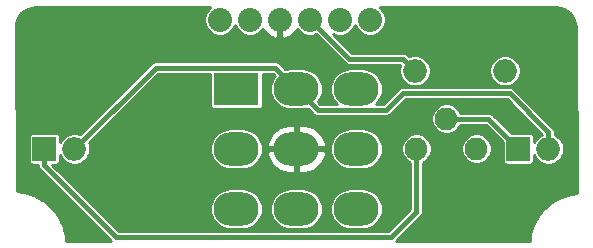
<source format=gbr>
G04 #@! TF.GenerationSoftware,KiCad,Pcbnew,(5.1.9-0-10_14)*
G04 #@! TF.CreationDate,2021-07-10T16:18:32+02:00*
G04 #@! TF.ProjectId,3pdt-switch,33706474-2d73-4776-9974-63682e6b6963,rev?*
G04 #@! TF.SameCoordinates,Original*
G04 #@! TF.FileFunction,Copper,L2,Bot*
G04 #@! TF.FilePolarity,Positive*
%FSLAX46Y46*%
G04 Gerber Fmt 4.6, Leading zero omitted, Abs format (unit mm)*
G04 Created by KiCad (PCBNEW (5.1.9-0-10_14)) date 2021-07-10 16:18:32*
%MOMM*%
%LPD*%
G01*
G04 APERTURE LIST*
G04 #@! TA.AperFunction,ComponentPad*
%ADD10R,3.816000X2.816000*%
G04 #@! TD*
G04 #@! TA.AperFunction,ComponentPad*
%ADD11O,3.816000X2.816000*%
G04 #@! TD*
G04 #@! TA.AperFunction,ComponentPad*
%ADD12O,1.930400X1.930400*%
G04 #@! TD*
G04 #@! TA.AperFunction,ComponentPad*
%ADD13O,2.000000X2.000000*%
G04 #@! TD*
G04 #@! TA.AperFunction,ComponentPad*
%ADD14O,2.032000X2.032000*%
G04 #@! TD*
G04 #@! TA.AperFunction,ComponentPad*
%ADD15R,2.000000X2.000000*%
G04 #@! TD*
G04 #@! TA.AperFunction,Conductor*
%ADD16C,0.400000*%
G04 #@! TD*
G04 #@! TA.AperFunction,Conductor*
%ADD17C,0.254000*%
G04 #@! TD*
G04 #@! TA.AperFunction,Conductor*
%ADD18C,0.100000*%
G04 #@! TD*
G04 APERTURE END LIST*
D10*
X109220000Y-91325700D03*
D11*
X109220000Y-96405700D03*
X109220000Y-101485700D03*
X114300000Y-91325700D03*
X114300000Y-96405700D03*
X114300000Y-101485700D03*
X119380000Y-91325700D03*
X119380000Y-96405700D03*
X119380000Y-101485700D03*
D12*
X129540000Y-96393000D03*
X127000000Y-93853000D03*
X124460000Y-96393000D03*
D13*
X131953000Y-89789000D03*
X124333000Y-89789000D03*
D14*
X120523000Y-85471000D03*
X117983000Y-85471000D03*
X112903000Y-85471000D03*
X115443000Y-85471000D03*
X107823000Y-85471000D03*
X110363000Y-85471000D03*
D13*
X95504000Y-96405700D03*
D15*
X92964000Y-96405700D03*
D13*
X135636000Y-96405700D03*
D15*
X133096000Y-96405700D03*
D16*
X121877290Y-93133710D02*
X116108010Y-93133710D01*
X132338513Y-91694000D02*
X123317000Y-91694000D01*
X135636000Y-94991487D02*
X132338513Y-91694000D01*
X116108010Y-93133710D02*
X114300000Y-91325700D01*
X123317000Y-91694000D02*
X121877290Y-93133710D01*
X135636000Y-96405700D02*
X135636000Y-94991487D01*
X102392001Y-89517699D02*
X95504000Y-96405700D01*
X112491999Y-89517699D02*
X102392001Y-89517699D01*
X114300000Y-91325700D02*
X112491999Y-89517699D01*
X130543300Y-93853000D02*
X133096000Y-96405700D01*
X127000000Y-93853000D02*
X130543300Y-93853000D01*
X124460000Y-101727000D02*
X124460000Y-96393000D01*
X122301000Y-103886000D02*
X124460000Y-101727000D01*
X99044300Y-103886000D02*
X122301000Y-103886000D01*
X92964000Y-97805700D02*
X99044300Y-103886000D01*
X92964000Y-96405700D02*
X92964000Y-97805700D01*
X123333001Y-88789001D02*
X124333000Y-89789000D01*
X118761001Y-88789001D02*
X123333001Y-88789001D01*
X115443000Y-85471000D02*
X118761001Y-88789001D01*
D17*
X106966888Y-84427824D02*
X106779824Y-84614888D01*
X106632849Y-84834851D01*
X106531611Y-85079261D01*
X106480000Y-85338726D01*
X106480000Y-85603274D01*
X106531611Y-85862739D01*
X106632849Y-86107149D01*
X106779824Y-86327112D01*
X106966888Y-86514176D01*
X107186851Y-86661151D01*
X107431261Y-86762389D01*
X107690726Y-86814000D01*
X107955274Y-86814000D01*
X108214739Y-86762389D01*
X108459149Y-86661151D01*
X108679112Y-86514176D01*
X108866176Y-86327112D01*
X109013151Y-86107149D01*
X109093000Y-85914377D01*
X109172849Y-86107149D01*
X109319824Y-86327112D01*
X109506888Y-86514176D01*
X109726851Y-86661151D01*
X109971261Y-86762389D01*
X110230726Y-86814000D01*
X110495274Y-86814000D01*
X110754739Y-86762389D01*
X110999149Y-86661151D01*
X111219112Y-86514176D01*
X111406176Y-86327112D01*
X111456041Y-86252484D01*
X111496618Y-86335815D01*
X111692358Y-86593569D01*
X111934623Y-86808184D01*
X112214102Y-86971411D01*
X112520055Y-87076978D01*
X112776000Y-86958362D01*
X112776000Y-85598000D01*
X112756000Y-85598000D01*
X112756000Y-85344000D01*
X112776000Y-85344000D01*
X112776000Y-85324000D01*
X113030000Y-85324000D01*
X113030000Y-85344000D01*
X113050000Y-85344000D01*
X113050000Y-85598000D01*
X113030000Y-85598000D01*
X113030000Y-86958362D01*
X113285945Y-87076978D01*
X113591898Y-86971411D01*
X113871377Y-86808184D01*
X114113642Y-86593569D01*
X114309382Y-86335815D01*
X114349959Y-86252484D01*
X114399824Y-86327112D01*
X114586888Y-86514176D01*
X114806851Y-86661151D01*
X115051261Y-86762389D01*
X115310726Y-86814000D01*
X115575274Y-86814000D01*
X115834739Y-86762389D01*
X115943889Y-86717178D01*
X118370050Y-89143340D01*
X118386553Y-89163449D01*
X118459722Y-89223497D01*
X118466799Y-89229305D01*
X118558351Y-89278240D01*
X118657691Y-89308375D01*
X118761000Y-89318550D01*
X118786881Y-89316001D01*
X123092588Y-89316001D01*
X123056996Y-89401928D01*
X123006000Y-89658302D01*
X123006000Y-89919698D01*
X123056996Y-90176072D01*
X123157028Y-90417570D01*
X123302252Y-90634913D01*
X123487087Y-90819748D01*
X123704430Y-90964972D01*
X123945928Y-91065004D01*
X124202302Y-91116000D01*
X124463698Y-91116000D01*
X124720072Y-91065004D01*
X124961570Y-90964972D01*
X125178913Y-90819748D01*
X125363748Y-90634913D01*
X125508972Y-90417570D01*
X125609004Y-90176072D01*
X125660000Y-89919698D01*
X125660000Y-89658302D01*
X130626000Y-89658302D01*
X130626000Y-89919698D01*
X130676996Y-90176072D01*
X130777028Y-90417570D01*
X130922252Y-90634913D01*
X131107087Y-90819748D01*
X131324430Y-90964972D01*
X131565928Y-91065004D01*
X131822302Y-91116000D01*
X132083698Y-91116000D01*
X132340072Y-91065004D01*
X132581570Y-90964972D01*
X132798913Y-90819748D01*
X132983748Y-90634913D01*
X133128972Y-90417570D01*
X133229004Y-90176072D01*
X133280000Y-89919698D01*
X133280000Y-89658302D01*
X133229004Y-89401928D01*
X133128972Y-89160430D01*
X132983748Y-88943087D01*
X132798913Y-88758252D01*
X132581570Y-88613028D01*
X132340072Y-88512996D01*
X132083698Y-88462000D01*
X131822302Y-88462000D01*
X131565928Y-88512996D01*
X131324430Y-88613028D01*
X131107087Y-88758252D01*
X130922252Y-88943087D01*
X130777028Y-89160430D01*
X130676996Y-89401928D01*
X130626000Y-89658302D01*
X125660000Y-89658302D01*
X125609004Y-89401928D01*
X125508972Y-89160430D01*
X125363748Y-88943087D01*
X125178913Y-88758252D01*
X124961570Y-88613028D01*
X124720072Y-88512996D01*
X124463698Y-88462000D01*
X124202302Y-88462000D01*
X123945928Y-88512996D01*
X123844357Y-88555068D01*
X123723956Y-88434667D01*
X123707449Y-88414553D01*
X123627203Y-88348697D01*
X123535651Y-88299762D01*
X123436311Y-88269627D01*
X123358882Y-88262001D01*
X123333001Y-88259452D01*
X123307120Y-88262001D01*
X118979291Y-88262001D01*
X117400778Y-86683488D01*
X117591261Y-86762389D01*
X117850726Y-86814000D01*
X118115274Y-86814000D01*
X118374739Y-86762389D01*
X118619149Y-86661151D01*
X118839112Y-86514176D01*
X119026176Y-86327112D01*
X119173151Y-86107149D01*
X119253000Y-85914377D01*
X119332849Y-86107149D01*
X119479824Y-86327112D01*
X119666888Y-86514176D01*
X119886851Y-86661151D01*
X120131261Y-86762389D01*
X120390726Y-86814000D01*
X120655274Y-86814000D01*
X120914739Y-86762389D01*
X121159149Y-86661151D01*
X121379112Y-86514176D01*
X121566176Y-86327112D01*
X121713151Y-86107149D01*
X121814389Y-85862739D01*
X121866000Y-85603274D01*
X121866000Y-85338726D01*
X121814389Y-85079261D01*
X121713151Y-84834851D01*
X121566176Y-84614888D01*
X121379112Y-84427824D01*
X121376382Y-84426000D01*
X136253785Y-84426000D01*
X136596983Y-84459651D01*
X136910559Y-84554325D01*
X137199763Y-84708098D01*
X137453596Y-84915119D01*
X137662384Y-85167501D01*
X137818174Y-85455627D01*
X137915033Y-85768528D01*
X137951031Y-86111034D01*
X138075159Y-100137473D01*
X137576025Y-100189934D01*
X137544772Y-100196349D01*
X137513435Y-100202327D01*
X137508729Y-100203748D01*
X136751048Y-100438290D01*
X136721677Y-100450637D01*
X136692057Y-100462604D01*
X136687717Y-100464912D01*
X135990020Y-100842155D01*
X135963584Y-100859986D01*
X135936875Y-100877464D01*
X135933074Y-100880565D01*
X135933067Y-100880570D01*
X135933061Y-100880576D01*
X135321931Y-101386147D01*
X135299476Y-101408760D01*
X135276657Y-101431105D01*
X135273525Y-101434893D01*
X134772228Y-102049543D01*
X134754601Y-102076074D01*
X134736548Y-102102439D01*
X134734211Y-102106763D01*
X134361847Y-102807076D01*
X134349682Y-102836592D01*
X134337122Y-102865896D01*
X134335668Y-102870591D01*
X134106422Y-103629893D01*
X134100232Y-103661154D01*
X134093591Y-103692395D01*
X134093078Y-103697283D01*
X134046826Y-104169000D01*
X122763289Y-104169000D01*
X124814339Y-102117951D01*
X124834448Y-102101448D01*
X124900304Y-102021202D01*
X124949239Y-101929650D01*
X124979374Y-101830310D01*
X124987000Y-101752881D01*
X124987000Y-101752880D01*
X124989549Y-101727001D01*
X124987000Y-101701120D01*
X124987000Y-97573376D01*
X125072086Y-97538132D01*
X125283729Y-97396717D01*
X125463717Y-97216729D01*
X125605132Y-97005086D01*
X125702541Y-96769921D01*
X125752200Y-96520271D01*
X125752200Y-96265729D01*
X128247800Y-96265729D01*
X128247800Y-96520271D01*
X128297459Y-96769921D01*
X128394868Y-97005086D01*
X128536283Y-97216729D01*
X128716271Y-97396717D01*
X128927914Y-97538132D01*
X129163079Y-97635541D01*
X129412729Y-97685200D01*
X129667271Y-97685200D01*
X129916921Y-97635541D01*
X130152086Y-97538132D01*
X130363729Y-97396717D01*
X130543717Y-97216729D01*
X130685132Y-97005086D01*
X130782541Y-96769921D01*
X130832200Y-96520271D01*
X130832200Y-96265729D01*
X130782541Y-96016079D01*
X130685132Y-95780914D01*
X130543717Y-95569271D01*
X130363729Y-95389283D01*
X130152086Y-95247868D01*
X129916921Y-95150459D01*
X129667271Y-95100800D01*
X129412729Y-95100800D01*
X129163079Y-95150459D01*
X128927914Y-95247868D01*
X128716271Y-95389283D01*
X128536283Y-95569271D01*
X128394868Y-95780914D01*
X128297459Y-96016079D01*
X128247800Y-96265729D01*
X125752200Y-96265729D01*
X125702541Y-96016079D01*
X125605132Y-95780914D01*
X125463717Y-95569271D01*
X125283729Y-95389283D01*
X125072086Y-95247868D01*
X124836921Y-95150459D01*
X124587271Y-95100800D01*
X124332729Y-95100800D01*
X124083079Y-95150459D01*
X123847914Y-95247868D01*
X123636271Y-95389283D01*
X123456283Y-95569271D01*
X123314868Y-95780914D01*
X123217459Y-96016079D01*
X123167800Y-96265729D01*
X123167800Y-96520271D01*
X123217459Y-96769921D01*
X123314868Y-97005086D01*
X123456283Y-97216729D01*
X123636271Y-97396717D01*
X123847914Y-97538132D01*
X123933001Y-97573376D01*
X123933000Y-101508710D01*
X122082711Y-103359000D01*
X99262591Y-103359000D01*
X97389291Y-101485700D01*
X106976606Y-101485700D01*
X107010105Y-101825819D01*
X107109314Y-102152868D01*
X107270421Y-102454278D01*
X107487234Y-102718466D01*
X107751422Y-102935279D01*
X108052832Y-103096386D01*
X108379881Y-103195595D01*
X108634775Y-103220700D01*
X109805225Y-103220700D01*
X110060119Y-103195595D01*
X110387168Y-103096386D01*
X110688578Y-102935279D01*
X110952766Y-102718466D01*
X111169579Y-102454278D01*
X111330686Y-102152868D01*
X111429895Y-101825819D01*
X111463394Y-101485700D01*
X112056606Y-101485700D01*
X112090105Y-101825819D01*
X112189314Y-102152868D01*
X112350421Y-102454278D01*
X112567234Y-102718466D01*
X112831422Y-102935279D01*
X113132832Y-103096386D01*
X113459881Y-103195595D01*
X113714775Y-103220700D01*
X114885225Y-103220700D01*
X115140119Y-103195595D01*
X115467168Y-103096386D01*
X115768578Y-102935279D01*
X116032766Y-102718466D01*
X116249579Y-102454278D01*
X116410686Y-102152868D01*
X116509895Y-101825819D01*
X116543394Y-101485700D01*
X117136606Y-101485700D01*
X117170105Y-101825819D01*
X117269314Y-102152868D01*
X117430421Y-102454278D01*
X117647234Y-102718466D01*
X117911422Y-102935279D01*
X118212832Y-103096386D01*
X118539881Y-103195595D01*
X118794775Y-103220700D01*
X119965225Y-103220700D01*
X120220119Y-103195595D01*
X120547168Y-103096386D01*
X120848578Y-102935279D01*
X121112766Y-102718466D01*
X121329579Y-102454278D01*
X121490686Y-102152868D01*
X121589895Y-101825819D01*
X121623394Y-101485700D01*
X121589895Y-101145581D01*
X121490686Y-100818532D01*
X121329579Y-100517122D01*
X121112766Y-100252934D01*
X120848578Y-100036121D01*
X120547168Y-99875014D01*
X120220119Y-99775805D01*
X119965225Y-99750700D01*
X118794775Y-99750700D01*
X118539881Y-99775805D01*
X118212832Y-99875014D01*
X117911422Y-100036121D01*
X117647234Y-100252934D01*
X117430421Y-100517122D01*
X117269314Y-100818532D01*
X117170105Y-101145581D01*
X117136606Y-101485700D01*
X116543394Y-101485700D01*
X116509895Y-101145581D01*
X116410686Y-100818532D01*
X116249579Y-100517122D01*
X116032766Y-100252934D01*
X115768578Y-100036121D01*
X115467168Y-99875014D01*
X115140119Y-99775805D01*
X114885225Y-99750700D01*
X113714775Y-99750700D01*
X113459881Y-99775805D01*
X113132832Y-99875014D01*
X112831422Y-100036121D01*
X112567234Y-100252934D01*
X112350421Y-100517122D01*
X112189314Y-100818532D01*
X112090105Y-101145581D01*
X112056606Y-101485700D01*
X111463394Y-101485700D01*
X111429895Y-101145581D01*
X111330686Y-100818532D01*
X111169579Y-100517122D01*
X110952766Y-100252934D01*
X110688578Y-100036121D01*
X110387168Y-99875014D01*
X110060119Y-99775805D01*
X109805225Y-99750700D01*
X108634775Y-99750700D01*
X108379881Y-99775805D01*
X108052832Y-99875014D01*
X107751422Y-100036121D01*
X107487234Y-100252934D01*
X107270421Y-100517122D01*
X107109314Y-100818532D01*
X107010105Y-101145581D01*
X106976606Y-101485700D01*
X97389291Y-101485700D01*
X93637871Y-97734282D01*
X93964000Y-97734282D01*
X94028103Y-97727968D01*
X94089743Y-97709270D01*
X94146550Y-97678906D01*
X94196343Y-97638043D01*
X94237206Y-97588250D01*
X94267570Y-97531443D01*
X94286268Y-97469803D01*
X94292582Y-97405700D01*
X94292582Y-96948696D01*
X94328028Y-97034270D01*
X94473252Y-97251613D01*
X94658087Y-97436448D01*
X94875430Y-97581672D01*
X95116928Y-97681704D01*
X95373302Y-97732700D01*
X95634698Y-97732700D01*
X95891072Y-97681704D01*
X96132570Y-97581672D01*
X96349913Y-97436448D01*
X96534748Y-97251613D01*
X96679972Y-97034270D01*
X96780004Y-96792772D01*
X96831000Y-96536398D01*
X96831000Y-96405700D01*
X106976606Y-96405700D01*
X107010105Y-96745819D01*
X107109314Y-97072868D01*
X107270421Y-97374278D01*
X107487234Y-97638466D01*
X107751422Y-97855279D01*
X108052832Y-98016386D01*
X108379881Y-98115595D01*
X108634775Y-98140700D01*
X109805225Y-98140700D01*
X110060119Y-98115595D01*
X110387168Y-98016386D01*
X110688578Y-97855279D01*
X110952766Y-97638466D01*
X111169579Y-97374278D01*
X111330686Y-97072868D01*
X111398257Y-96850114D01*
X111805922Y-96850114D01*
X111863913Y-97070190D01*
X112030750Y-97435134D01*
X112265578Y-97760517D01*
X112559373Y-98033835D01*
X112900845Y-98244585D01*
X113276871Y-98384668D01*
X113673000Y-98448700D01*
X114173000Y-98448700D01*
X114173000Y-96532700D01*
X114427000Y-96532700D01*
X114427000Y-98448700D01*
X114927000Y-98448700D01*
X115323129Y-98384668D01*
X115699155Y-98244585D01*
X116040627Y-98033835D01*
X116334422Y-97760517D01*
X116569250Y-97435134D01*
X116736087Y-97070190D01*
X116794078Y-96850114D01*
X116679965Y-96532700D01*
X114427000Y-96532700D01*
X114173000Y-96532700D01*
X111920035Y-96532700D01*
X111805922Y-96850114D01*
X111398257Y-96850114D01*
X111429895Y-96745819D01*
X111463394Y-96405700D01*
X117136606Y-96405700D01*
X117170105Y-96745819D01*
X117269314Y-97072868D01*
X117430421Y-97374278D01*
X117647234Y-97638466D01*
X117911422Y-97855279D01*
X118212832Y-98016386D01*
X118539881Y-98115595D01*
X118794775Y-98140700D01*
X119965225Y-98140700D01*
X120220119Y-98115595D01*
X120547168Y-98016386D01*
X120848578Y-97855279D01*
X121112766Y-97638466D01*
X121329579Y-97374278D01*
X121490686Y-97072868D01*
X121589895Y-96745819D01*
X121623394Y-96405700D01*
X121589895Y-96065581D01*
X121490686Y-95738532D01*
X121329579Y-95437122D01*
X121112766Y-95172934D01*
X120848578Y-94956121D01*
X120547168Y-94795014D01*
X120220119Y-94695805D01*
X119965225Y-94670700D01*
X118794775Y-94670700D01*
X118539881Y-94695805D01*
X118212832Y-94795014D01*
X117911422Y-94956121D01*
X117647234Y-95172934D01*
X117430421Y-95437122D01*
X117269314Y-95738532D01*
X117170105Y-96065581D01*
X117136606Y-96405700D01*
X111463394Y-96405700D01*
X111429895Y-96065581D01*
X111398258Y-95961286D01*
X111805922Y-95961286D01*
X111920035Y-96278700D01*
X114173000Y-96278700D01*
X114173000Y-94362700D01*
X114427000Y-94362700D01*
X114427000Y-96278700D01*
X116679965Y-96278700D01*
X116794078Y-95961286D01*
X116736087Y-95741210D01*
X116569250Y-95376266D01*
X116334422Y-95050883D01*
X116040627Y-94777565D01*
X115699155Y-94566815D01*
X115323129Y-94426732D01*
X114927000Y-94362700D01*
X114427000Y-94362700D01*
X114173000Y-94362700D01*
X113673000Y-94362700D01*
X113276871Y-94426732D01*
X112900845Y-94566815D01*
X112559373Y-94777565D01*
X112265578Y-95050883D01*
X112030750Y-95376266D01*
X111863913Y-95741210D01*
X111805922Y-95961286D01*
X111398258Y-95961286D01*
X111330686Y-95738532D01*
X111169579Y-95437122D01*
X110952766Y-95172934D01*
X110688578Y-94956121D01*
X110387168Y-94795014D01*
X110060119Y-94695805D01*
X109805225Y-94670700D01*
X108634775Y-94670700D01*
X108379881Y-94695805D01*
X108052832Y-94795014D01*
X107751422Y-94956121D01*
X107487234Y-95172934D01*
X107270421Y-95437122D01*
X107109314Y-95738532D01*
X107010105Y-96065581D01*
X106976606Y-96405700D01*
X96831000Y-96405700D01*
X96831000Y-96275002D01*
X96780004Y-96018628D01*
X96737932Y-95917057D01*
X102610291Y-90044699D01*
X106983418Y-90044699D01*
X106983418Y-92733700D01*
X106989732Y-92797803D01*
X107008430Y-92859443D01*
X107038794Y-92916250D01*
X107079657Y-92966043D01*
X107129450Y-93006906D01*
X107186257Y-93037270D01*
X107247897Y-93055968D01*
X107312000Y-93062282D01*
X111128000Y-93062282D01*
X111192103Y-93055968D01*
X111253743Y-93037270D01*
X111310550Y-93006906D01*
X111360343Y-92966043D01*
X111401206Y-92916250D01*
X111431570Y-92859443D01*
X111450268Y-92797803D01*
X111456582Y-92733700D01*
X111456582Y-90044699D01*
X112273710Y-90044699D01*
X112456669Y-90227658D01*
X112350421Y-90357122D01*
X112189314Y-90658532D01*
X112090105Y-90985581D01*
X112056606Y-91325700D01*
X112090105Y-91665819D01*
X112189314Y-91992868D01*
X112350421Y-92294278D01*
X112567234Y-92558466D01*
X112831422Y-92775279D01*
X113132832Y-92936386D01*
X113459881Y-93035595D01*
X113714775Y-93060700D01*
X114885225Y-93060700D01*
X115140119Y-93035595D01*
X115235632Y-93006622D01*
X115717059Y-93488049D01*
X115733562Y-93508158D01*
X115813808Y-93574014D01*
X115905360Y-93622949D01*
X116004700Y-93653084D01*
X116082129Y-93660710D01*
X116082131Y-93660710D01*
X116108009Y-93663259D01*
X116133887Y-93660710D01*
X121851409Y-93660710D01*
X121877290Y-93663259D01*
X121903171Y-93660710D01*
X121980600Y-93653084D01*
X122079940Y-93622949D01*
X122171492Y-93574014D01*
X122251738Y-93508158D01*
X122268245Y-93488044D01*
X123535290Y-92221000D01*
X132120224Y-92221000D01*
X135093358Y-95194136D01*
X135007430Y-95229728D01*
X134790087Y-95374952D01*
X134605252Y-95559787D01*
X134460028Y-95777130D01*
X134424582Y-95862704D01*
X134424582Y-95405700D01*
X134418268Y-95341597D01*
X134399570Y-95279957D01*
X134369206Y-95223150D01*
X134328343Y-95173357D01*
X134278550Y-95132494D01*
X134221743Y-95102130D01*
X134160103Y-95083432D01*
X134096000Y-95077118D01*
X132512708Y-95077118D01*
X130934255Y-93498666D01*
X130917748Y-93478552D01*
X130837502Y-93412696D01*
X130745950Y-93363761D01*
X130646610Y-93333626D01*
X130569181Y-93326000D01*
X130543300Y-93323451D01*
X130517419Y-93326000D01*
X128180376Y-93326000D01*
X128145132Y-93240914D01*
X128003717Y-93029271D01*
X127823729Y-92849283D01*
X127612086Y-92707868D01*
X127376921Y-92610459D01*
X127127271Y-92560800D01*
X126872729Y-92560800D01*
X126623079Y-92610459D01*
X126387914Y-92707868D01*
X126176271Y-92849283D01*
X125996283Y-93029271D01*
X125854868Y-93240914D01*
X125757459Y-93476079D01*
X125707800Y-93725729D01*
X125707800Y-93980271D01*
X125757459Y-94229921D01*
X125854868Y-94465086D01*
X125996283Y-94676729D01*
X126176271Y-94856717D01*
X126387914Y-94998132D01*
X126623079Y-95095541D01*
X126872729Y-95145200D01*
X127127271Y-95145200D01*
X127376921Y-95095541D01*
X127612086Y-94998132D01*
X127823729Y-94856717D01*
X128003717Y-94676729D01*
X128145132Y-94465086D01*
X128180376Y-94380000D01*
X130325011Y-94380000D01*
X131767418Y-95822408D01*
X131767418Y-97405700D01*
X131773732Y-97469803D01*
X131792430Y-97531443D01*
X131822794Y-97588250D01*
X131863657Y-97638043D01*
X131913450Y-97678906D01*
X131970257Y-97709270D01*
X132031897Y-97727968D01*
X132096000Y-97734282D01*
X134096000Y-97734282D01*
X134160103Y-97727968D01*
X134221743Y-97709270D01*
X134278550Y-97678906D01*
X134328343Y-97638043D01*
X134369206Y-97588250D01*
X134399570Y-97531443D01*
X134418268Y-97469803D01*
X134424582Y-97405700D01*
X134424582Y-96948696D01*
X134460028Y-97034270D01*
X134605252Y-97251613D01*
X134790087Y-97436448D01*
X135007430Y-97581672D01*
X135248928Y-97681704D01*
X135505302Y-97732700D01*
X135766698Y-97732700D01*
X136023072Y-97681704D01*
X136264570Y-97581672D01*
X136481913Y-97436448D01*
X136666748Y-97251613D01*
X136811972Y-97034270D01*
X136912004Y-96792772D01*
X136963000Y-96536398D01*
X136963000Y-96275002D01*
X136912004Y-96018628D01*
X136811972Y-95777130D01*
X136666748Y-95559787D01*
X136481913Y-95374952D01*
X136264570Y-95229728D01*
X136163000Y-95187656D01*
X136163000Y-95017368D01*
X136165549Y-94991487D01*
X136155374Y-94888177D01*
X136125239Y-94788837D01*
X136076304Y-94697285D01*
X136010448Y-94617039D01*
X135990345Y-94600541D01*
X132729468Y-91339666D01*
X132712961Y-91319552D01*
X132632715Y-91253696D01*
X132541163Y-91204761D01*
X132441823Y-91174626D01*
X132364394Y-91167000D01*
X132338513Y-91164451D01*
X132312632Y-91167000D01*
X123342877Y-91167000D01*
X123316999Y-91164451D01*
X123291121Y-91167000D01*
X123291119Y-91167000D01*
X123213690Y-91174626D01*
X123114350Y-91204761D01*
X123022798Y-91253696D01*
X122942552Y-91319552D01*
X122926049Y-91339661D01*
X121659001Y-92606710D01*
X121053980Y-92606710D01*
X121112766Y-92558466D01*
X121329579Y-92294278D01*
X121490686Y-91992868D01*
X121589895Y-91665819D01*
X121623394Y-91325700D01*
X121589895Y-90985581D01*
X121490686Y-90658532D01*
X121329579Y-90357122D01*
X121112766Y-90092934D01*
X120848578Y-89876121D01*
X120547168Y-89715014D01*
X120220119Y-89615805D01*
X119965225Y-89590700D01*
X118794775Y-89590700D01*
X118539881Y-89615805D01*
X118212832Y-89715014D01*
X117911422Y-89876121D01*
X117647234Y-90092934D01*
X117430421Y-90357122D01*
X117269314Y-90658532D01*
X117170105Y-90985581D01*
X117136606Y-91325700D01*
X117170105Y-91665819D01*
X117269314Y-91992868D01*
X117430421Y-92294278D01*
X117647234Y-92558466D01*
X117706020Y-92606710D01*
X116326300Y-92606710D01*
X116143331Y-92423741D01*
X116249579Y-92294278D01*
X116410686Y-91992868D01*
X116509895Y-91665819D01*
X116543394Y-91325700D01*
X116509895Y-90985581D01*
X116410686Y-90658532D01*
X116249579Y-90357122D01*
X116032766Y-90092934D01*
X115768578Y-89876121D01*
X115467168Y-89715014D01*
X115140119Y-89615805D01*
X114885225Y-89590700D01*
X113714775Y-89590700D01*
X113459881Y-89615805D01*
X113364368Y-89644778D01*
X112882954Y-89163365D01*
X112866447Y-89143251D01*
X112786201Y-89077395D01*
X112694649Y-89028460D01*
X112595309Y-88998325D01*
X112517880Y-88990699D01*
X112491999Y-88988150D01*
X112466118Y-88990699D01*
X102417878Y-88990699D01*
X102392000Y-88988150D01*
X102366122Y-88990699D01*
X102366120Y-88990699D01*
X102288691Y-88998325D01*
X102189351Y-89028460D01*
X102097799Y-89077395D01*
X102017553Y-89143251D01*
X102001050Y-89163360D01*
X95992643Y-95171768D01*
X95891072Y-95129696D01*
X95634698Y-95078700D01*
X95373302Y-95078700D01*
X95116928Y-95129696D01*
X94875430Y-95229728D01*
X94658087Y-95374952D01*
X94473252Y-95559787D01*
X94328028Y-95777130D01*
X94292582Y-95862704D01*
X94292582Y-95405700D01*
X94286268Y-95341597D01*
X94267570Y-95279957D01*
X94237206Y-95223150D01*
X94196343Y-95173357D01*
X94146550Y-95132494D01*
X94089743Y-95102130D01*
X94028103Y-95083432D01*
X93964000Y-95077118D01*
X91964000Y-95077118D01*
X91899897Y-95083432D01*
X91838257Y-95102130D01*
X91781450Y-95132494D01*
X91731657Y-95173357D01*
X91690794Y-95223150D01*
X91660430Y-95279957D01*
X91641732Y-95341597D01*
X91635418Y-95405700D01*
X91635418Y-97405700D01*
X91641732Y-97469803D01*
X91660430Y-97531443D01*
X91690794Y-97588250D01*
X91731657Y-97638043D01*
X91781450Y-97678906D01*
X91838257Y-97709270D01*
X91899897Y-97727968D01*
X91964000Y-97734282D01*
X92437001Y-97734282D01*
X92437001Y-97779810D01*
X92434451Y-97805700D01*
X92444626Y-97909009D01*
X92474761Y-98008349D01*
X92523696Y-98099901D01*
X92523697Y-98099902D01*
X92589553Y-98180148D01*
X92609662Y-98196651D01*
X98582009Y-104169000D01*
X94807916Y-104169000D01*
X94752472Y-103641488D01*
X94746057Y-103610235D01*
X94740079Y-103578898D01*
X94738658Y-103574193D01*
X94496786Y-102792833D01*
X94484432Y-102763445D01*
X94472472Y-102733842D01*
X94470164Y-102729502D01*
X94081132Y-102010003D01*
X94063307Y-101983576D01*
X94045824Y-101956859D01*
X94042717Y-101953050D01*
X93521343Y-101322816D01*
X93498713Y-101300343D01*
X93476384Y-101277541D01*
X93472602Y-101274414D01*
X93472597Y-101274409D01*
X93472592Y-101274405D01*
X92838738Y-100757447D01*
X92812229Y-100739835D01*
X92785842Y-100721767D01*
X92781518Y-100719430D01*
X92059320Y-100335430D01*
X92029830Y-100323275D01*
X92000501Y-100310705D01*
X91995805Y-100309252D01*
X91212775Y-100072841D01*
X91181529Y-100066654D01*
X91150274Y-100060010D01*
X91145386Y-100059497D01*
X90646161Y-100010548D01*
X90522153Y-86121653D01*
X90555651Y-85780017D01*
X90650325Y-85466441D01*
X90804098Y-85177237D01*
X91011119Y-84923404D01*
X91263501Y-84714616D01*
X91551627Y-84558826D01*
X91864528Y-84461967D01*
X92206739Y-84426000D01*
X106969618Y-84426000D01*
X106966888Y-84427824D01*
G04 #@! TA.AperFunction,Conductor*
D18*
G36*
X106966888Y-84427824D02*
G01*
X106779824Y-84614888D01*
X106632849Y-84834851D01*
X106531611Y-85079261D01*
X106480000Y-85338726D01*
X106480000Y-85603274D01*
X106531611Y-85862739D01*
X106632849Y-86107149D01*
X106779824Y-86327112D01*
X106966888Y-86514176D01*
X107186851Y-86661151D01*
X107431261Y-86762389D01*
X107690726Y-86814000D01*
X107955274Y-86814000D01*
X108214739Y-86762389D01*
X108459149Y-86661151D01*
X108679112Y-86514176D01*
X108866176Y-86327112D01*
X109013151Y-86107149D01*
X109093000Y-85914377D01*
X109172849Y-86107149D01*
X109319824Y-86327112D01*
X109506888Y-86514176D01*
X109726851Y-86661151D01*
X109971261Y-86762389D01*
X110230726Y-86814000D01*
X110495274Y-86814000D01*
X110754739Y-86762389D01*
X110999149Y-86661151D01*
X111219112Y-86514176D01*
X111406176Y-86327112D01*
X111456041Y-86252484D01*
X111496618Y-86335815D01*
X111692358Y-86593569D01*
X111934623Y-86808184D01*
X112214102Y-86971411D01*
X112520055Y-87076978D01*
X112776000Y-86958362D01*
X112776000Y-85598000D01*
X112756000Y-85598000D01*
X112756000Y-85344000D01*
X112776000Y-85344000D01*
X112776000Y-85324000D01*
X113030000Y-85324000D01*
X113030000Y-85344000D01*
X113050000Y-85344000D01*
X113050000Y-85598000D01*
X113030000Y-85598000D01*
X113030000Y-86958362D01*
X113285945Y-87076978D01*
X113591898Y-86971411D01*
X113871377Y-86808184D01*
X114113642Y-86593569D01*
X114309382Y-86335815D01*
X114349959Y-86252484D01*
X114399824Y-86327112D01*
X114586888Y-86514176D01*
X114806851Y-86661151D01*
X115051261Y-86762389D01*
X115310726Y-86814000D01*
X115575274Y-86814000D01*
X115834739Y-86762389D01*
X115943889Y-86717178D01*
X118370050Y-89143340D01*
X118386553Y-89163449D01*
X118459722Y-89223497D01*
X118466799Y-89229305D01*
X118558351Y-89278240D01*
X118657691Y-89308375D01*
X118761000Y-89318550D01*
X118786881Y-89316001D01*
X123092588Y-89316001D01*
X123056996Y-89401928D01*
X123006000Y-89658302D01*
X123006000Y-89919698D01*
X123056996Y-90176072D01*
X123157028Y-90417570D01*
X123302252Y-90634913D01*
X123487087Y-90819748D01*
X123704430Y-90964972D01*
X123945928Y-91065004D01*
X124202302Y-91116000D01*
X124463698Y-91116000D01*
X124720072Y-91065004D01*
X124961570Y-90964972D01*
X125178913Y-90819748D01*
X125363748Y-90634913D01*
X125508972Y-90417570D01*
X125609004Y-90176072D01*
X125660000Y-89919698D01*
X125660000Y-89658302D01*
X130626000Y-89658302D01*
X130626000Y-89919698D01*
X130676996Y-90176072D01*
X130777028Y-90417570D01*
X130922252Y-90634913D01*
X131107087Y-90819748D01*
X131324430Y-90964972D01*
X131565928Y-91065004D01*
X131822302Y-91116000D01*
X132083698Y-91116000D01*
X132340072Y-91065004D01*
X132581570Y-90964972D01*
X132798913Y-90819748D01*
X132983748Y-90634913D01*
X133128972Y-90417570D01*
X133229004Y-90176072D01*
X133280000Y-89919698D01*
X133280000Y-89658302D01*
X133229004Y-89401928D01*
X133128972Y-89160430D01*
X132983748Y-88943087D01*
X132798913Y-88758252D01*
X132581570Y-88613028D01*
X132340072Y-88512996D01*
X132083698Y-88462000D01*
X131822302Y-88462000D01*
X131565928Y-88512996D01*
X131324430Y-88613028D01*
X131107087Y-88758252D01*
X130922252Y-88943087D01*
X130777028Y-89160430D01*
X130676996Y-89401928D01*
X130626000Y-89658302D01*
X125660000Y-89658302D01*
X125609004Y-89401928D01*
X125508972Y-89160430D01*
X125363748Y-88943087D01*
X125178913Y-88758252D01*
X124961570Y-88613028D01*
X124720072Y-88512996D01*
X124463698Y-88462000D01*
X124202302Y-88462000D01*
X123945928Y-88512996D01*
X123844357Y-88555068D01*
X123723956Y-88434667D01*
X123707449Y-88414553D01*
X123627203Y-88348697D01*
X123535651Y-88299762D01*
X123436311Y-88269627D01*
X123358882Y-88262001D01*
X123333001Y-88259452D01*
X123307120Y-88262001D01*
X118979291Y-88262001D01*
X117400778Y-86683488D01*
X117591261Y-86762389D01*
X117850726Y-86814000D01*
X118115274Y-86814000D01*
X118374739Y-86762389D01*
X118619149Y-86661151D01*
X118839112Y-86514176D01*
X119026176Y-86327112D01*
X119173151Y-86107149D01*
X119253000Y-85914377D01*
X119332849Y-86107149D01*
X119479824Y-86327112D01*
X119666888Y-86514176D01*
X119886851Y-86661151D01*
X120131261Y-86762389D01*
X120390726Y-86814000D01*
X120655274Y-86814000D01*
X120914739Y-86762389D01*
X121159149Y-86661151D01*
X121379112Y-86514176D01*
X121566176Y-86327112D01*
X121713151Y-86107149D01*
X121814389Y-85862739D01*
X121866000Y-85603274D01*
X121866000Y-85338726D01*
X121814389Y-85079261D01*
X121713151Y-84834851D01*
X121566176Y-84614888D01*
X121379112Y-84427824D01*
X121376382Y-84426000D01*
X136253785Y-84426000D01*
X136596983Y-84459651D01*
X136910559Y-84554325D01*
X137199763Y-84708098D01*
X137453596Y-84915119D01*
X137662384Y-85167501D01*
X137818174Y-85455627D01*
X137915033Y-85768528D01*
X137951031Y-86111034D01*
X138075159Y-100137473D01*
X137576025Y-100189934D01*
X137544772Y-100196349D01*
X137513435Y-100202327D01*
X137508729Y-100203748D01*
X136751048Y-100438290D01*
X136721677Y-100450637D01*
X136692057Y-100462604D01*
X136687717Y-100464912D01*
X135990020Y-100842155D01*
X135963584Y-100859986D01*
X135936875Y-100877464D01*
X135933074Y-100880565D01*
X135933067Y-100880570D01*
X135933061Y-100880576D01*
X135321931Y-101386147D01*
X135299476Y-101408760D01*
X135276657Y-101431105D01*
X135273525Y-101434893D01*
X134772228Y-102049543D01*
X134754601Y-102076074D01*
X134736548Y-102102439D01*
X134734211Y-102106763D01*
X134361847Y-102807076D01*
X134349682Y-102836592D01*
X134337122Y-102865896D01*
X134335668Y-102870591D01*
X134106422Y-103629893D01*
X134100232Y-103661154D01*
X134093591Y-103692395D01*
X134093078Y-103697283D01*
X134046826Y-104169000D01*
X122763289Y-104169000D01*
X124814339Y-102117951D01*
X124834448Y-102101448D01*
X124900304Y-102021202D01*
X124949239Y-101929650D01*
X124979374Y-101830310D01*
X124987000Y-101752881D01*
X124987000Y-101752880D01*
X124989549Y-101727001D01*
X124987000Y-101701120D01*
X124987000Y-97573376D01*
X125072086Y-97538132D01*
X125283729Y-97396717D01*
X125463717Y-97216729D01*
X125605132Y-97005086D01*
X125702541Y-96769921D01*
X125752200Y-96520271D01*
X125752200Y-96265729D01*
X128247800Y-96265729D01*
X128247800Y-96520271D01*
X128297459Y-96769921D01*
X128394868Y-97005086D01*
X128536283Y-97216729D01*
X128716271Y-97396717D01*
X128927914Y-97538132D01*
X129163079Y-97635541D01*
X129412729Y-97685200D01*
X129667271Y-97685200D01*
X129916921Y-97635541D01*
X130152086Y-97538132D01*
X130363729Y-97396717D01*
X130543717Y-97216729D01*
X130685132Y-97005086D01*
X130782541Y-96769921D01*
X130832200Y-96520271D01*
X130832200Y-96265729D01*
X130782541Y-96016079D01*
X130685132Y-95780914D01*
X130543717Y-95569271D01*
X130363729Y-95389283D01*
X130152086Y-95247868D01*
X129916921Y-95150459D01*
X129667271Y-95100800D01*
X129412729Y-95100800D01*
X129163079Y-95150459D01*
X128927914Y-95247868D01*
X128716271Y-95389283D01*
X128536283Y-95569271D01*
X128394868Y-95780914D01*
X128297459Y-96016079D01*
X128247800Y-96265729D01*
X125752200Y-96265729D01*
X125702541Y-96016079D01*
X125605132Y-95780914D01*
X125463717Y-95569271D01*
X125283729Y-95389283D01*
X125072086Y-95247868D01*
X124836921Y-95150459D01*
X124587271Y-95100800D01*
X124332729Y-95100800D01*
X124083079Y-95150459D01*
X123847914Y-95247868D01*
X123636271Y-95389283D01*
X123456283Y-95569271D01*
X123314868Y-95780914D01*
X123217459Y-96016079D01*
X123167800Y-96265729D01*
X123167800Y-96520271D01*
X123217459Y-96769921D01*
X123314868Y-97005086D01*
X123456283Y-97216729D01*
X123636271Y-97396717D01*
X123847914Y-97538132D01*
X123933001Y-97573376D01*
X123933000Y-101508710D01*
X122082711Y-103359000D01*
X99262591Y-103359000D01*
X97389291Y-101485700D01*
X106976606Y-101485700D01*
X107010105Y-101825819D01*
X107109314Y-102152868D01*
X107270421Y-102454278D01*
X107487234Y-102718466D01*
X107751422Y-102935279D01*
X108052832Y-103096386D01*
X108379881Y-103195595D01*
X108634775Y-103220700D01*
X109805225Y-103220700D01*
X110060119Y-103195595D01*
X110387168Y-103096386D01*
X110688578Y-102935279D01*
X110952766Y-102718466D01*
X111169579Y-102454278D01*
X111330686Y-102152868D01*
X111429895Y-101825819D01*
X111463394Y-101485700D01*
X112056606Y-101485700D01*
X112090105Y-101825819D01*
X112189314Y-102152868D01*
X112350421Y-102454278D01*
X112567234Y-102718466D01*
X112831422Y-102935279D01*
X113132832Y-103096386D01*
X113459881Y-103195595D01*
X113714775Y-103220700D01*
X114885225Y-103220700D01*
X115140119Y-103195595D01*
X115467168Y-103096386D01*
X115768578Y-102935279D01*
X116032766Y-102718466D01*
X116249579Y-102454278D01*
X116410686Y-102152868D01*
X116509895Y-101825819D01*
X116543394Y-101485700D01*
X117136606Y-101485700D01*
X117170105Y-101825819D01*
X117269314Y-102152868D01*
X117430421Y-102454278D01*
X117647234Y-102718466D01*
X117911422Y-102935279D01*
X118212832Y-103096386D01*
X118539881Y-103195595D01*
X118794775Y-103220700D01*
X119965225Y-103220700D01*
X120220119Y-103195595D01*
X120547168Y-103096386D01*
X120848578Y-102935279D01*
X121112766Y-102718466D01*
X121329579Y-102454278D01*
X121490686Y-102152868D01*
X121589895Y-101825819D01*
X121623394Y-101485700D01*
X121589895Y-101145581D01*
X121490686Y-100818532D01*
X121329579Y-100517122D01*
X121112766Y-100252934D01*
X120848578Y-100036121D01*
X120547168Y-99875014D01*
X120220119Y-99775805D01*
X119965225Y-99750700D01*
X118794775Y-99750700D01*
X118539881Y-99775805D01*
X118212832Y-99875014D01*
X117911422Y-100036121D01*
X117647234Y-100252934D01*
X117430421Y-100517122D01*
X117269314Y-100818532D01*
X117170105Y-101145581D01*
X117136606Y-101485700D01*
X116543394Y-101485700D01*
X116509895Y-101145581D01*
X116410686Y-100818532D01*
X116249579Y-100517122D01*
X116032766Y-100252934D01*
X115768578Y-100036121D01*
X115467168Y-99875014D01*
X115140119Y-99775805D01*
X114885225Y-99750700D01*
X113714775Y-99750700D01*
X113459881Y-99775805D01*
X113132832Y-99875014D01*
X112831422Y-100036121D01*
X112567234Y-100252934D01*
X112350421Y-100517122D01*
X112189314Y-100818532D01*
X112090105Y-101145581D01*
X112056606Y-101485700D01*
X111463394Y-101485700D01*
X111429895Y-101145581D01*
X111330686Y-100818532D01*
X111169579Y-100517122D01*
X110952766Y-100252934D01*
X110688578Y-100036121D01*
X110387168Y-99875014D01*
X110060119Y-99775805D01*
X109805225Y-99750700D01*
X108634775Y-99750700D01*
X108379881Y-99775805D01*
X108052832Y-99875014D01*
X107751422Y-100036121D01*
X107487234Y-100252934D01*
X107270421Y-100517122D01*
X107109314Y-100818532D01*
X107010105Y-101145581D01*
X106976606Y-101485700D01*
X97389291Y-101485700D01*
X93637871Y-97734282D01*
X93964000Y-97734282D01*
X94028103Y-97727968D01*
X94089743Y-97709270D01*
X94146550Y-97678906D01*
X94196343Y-97638043D01*
X94237206Y-97588250D01*
X94267570Y-97531443D01*
X94286268Y-97469803D01*
X94292582Y-97405700D01*
X94292582Y-96948696D01*
X94328028Y-97034270D01*
X94473252Y-97251613D01*
X94658087Y-97436448D01*
X94875430Y-97581672D01*
X95116928Y-97681704D01*
X95373302Y-97732700D01*
X95634698Y-97732700D01*
X95891072Y-97681704D01*
X96132570Y-97581672D01*
X96349913Y-97436448D01*
X96534748Y-97251613D01*
X96679972Y-97034270D01*
X96780004Y-96792772D01*
X96831000Y-96536398D01*
X96831000Y-96405700D01*
X106976606Y-96405700D01*
X107010105Y-96745819D01*
X107109314Y-97072868D01*
X107270421Y-97374278D01*
X107487234Y-97638466D01*
X107751422Y-97855279D01*
X108052832Y-98016386D01*
X108379881Y-98115595D01*
X108634775Y-98140700D01*
X109805225Y-98140700D01*
X110060119Y-98115595D01*
X110387168Y-98016386D01*
X110688578Y-97855279D01*
X110952766Y-97638466D01*
X111169579Y-97374278D01*
X111330686Y-97072868D01*
X111398257Y-96850114D01*
X111805922Y-96850114D01*
X111863913Y-97070190D01*
X112030750Y-97435134D01*
X112265578Y-97760517D01*
X112559373Y-98033835D01*
X112900845Y-98244585D01*
X113276871Y-98384668D01*
X113673000Y-98448700D01*
X114173000Y-98448700D01*
X114173000Y-96532700D01*
X114427000Y-96532700D01*
X114427000Y-98448700D01*
X114927000Y-98448700D01*
X115323129Y-98384668D01*
X115699155Y-98244585D01*
X116040627Y-98033835D01*
X116334422Y-97760517D01*
X116569250Y-97435134D01*
X116736087Y-97070190D01*
X116794078Y-96850114D01*
X116679965Y-96532700D01*
X114427000Y-96532700D01*
X114173000Y-96532700D01*
X111920035Y-96532700D01*
X111805922Y-96850114D01*
X111398257Y-96850114D01*
X111429895Y-96745819D01*
X111463394Y-96405700D01*
X117136606Y-96405700D01*
X117170105Y-96745819D01*
X117269314Y-97072868D01*
X117430421Y-97374278D01*
X117647234Y-97638466D01*
X117911422Y-97855279D01*
X118212832Y-98016386D01*
X118539881Y-98115595D01*
X118794775Y-98140700D01*
X119965225Y-98140700D01*
X120220119Y-98115595D01*
X120547168Y-98016386D01*
X120848578Y-97855279D01*
X121112766Y-97638466D01*
X121329579Y-97374278D01*
X121490686Y-97072868D01*
X121589895Y-96745819D01*
X121623394Y-96405700D01*
X121589895Y-96065581D01*
X121490686Y-95738532D01*
X121329579Y-95437122D01*
X121112766Y-95172934D01*
X120848578Y-94956121D01*
X120547168Y-94795014D01*
X120220119Y-94695805D01*
X119965225Y-94670700D01*
X118794775Y-94670700D01*
X118539881Y-94695805D01*
X118212832Y-94795014D01*
X117911422Y-94956121D01*
X117647234Y-95172934D01*
X117430421Y-95437122D01*
X117269314Y-95738532D01*
X117170105Y-96065581D01*
X117136606Y-96405700D01*
X111463394Y-96405700D01*
X111429895Y-96065581D01*
X111398258Y-95961286D01*
X111805922Y-95961286D01*
X111920035Y-96278700D01*
X114173000Y-96278700D01*
X114173000Y-94362700D01*
X114427000Y-94362700D01*
X114427000Y-96278700D01*
X116679965Y-96278700D01*
X116794078Y-95961286D01*
X116736087Y-95741210D01*
X116569250Y-95376266D01*
X116334422Y-95050883D01*
X116040627Y-94777565D01*
X115699155Y-94566815D01*
X115323129Y-94426732D01*
X114927000Y-94362700D01*
X114427000Y-94362700D01*
X114173000Y-94362700D01*
X113673000Y-94362700D01*
X113276871Y-94426732D01*
X112900845Y-94566815D01*
X112559373Y-94777565D01*
X112265578Y-95050883D01*
X112030750Y-95376266D01*
X111863913Y-95741210D01*
X111805922Y-95961286D01*
X111398258Y-95961286D01*
X111330686Y-95738532D01*
X111169579Y-95437122D01*
X110952766Y-95172934D01*
X110688578Y-94956121D01*
X110387168Y-94795014D01*
X110060119Y-94695805D01*
X109805225Y-94670700D01*
X108634775Y-94670700D01*
X108379881Y-94695805D01*
X108052832Y-94795014D01*
X107751422Y-94956121D01*
X107487234Y-95172934D01*
X107270421Y-95437122D01*
X107109314Y-95738532D01*
X107010105Y-96065581D01*
X106976606Y-96405700D01*
X96831000Y-96405700D01*
X96831000Y-96275002D01*
X96780004Y-96018628D01*
X96737932Y-95917057D01*
X102610291Y-90044699D01*
X106983418Y-90044699D01*
X106983418Y-92733700D01*
X106989732Y-92797803D01*
X107008430Y-92859443D01*
X107038794Y-92916250D01*
X107079657Y-92966043D01*
X107129450Y-93006906D01*
X107186257Y-93037270D01*
X107247897Y-93055968D01*
X107312000Y-93062282D01*
X111128000Y-93062282D01*
X111192103Y-93055968D01*
X111253743Y-93037270D01*
X111310550Y-93006906D01*
X111360343Y-92966043D01*
X111401206Y-92916250D01*
X111431570Y-92859443D01*
X111450268Y-92797803D01*
X111456582Y-92733700D01*
X111456582Y-90044699D01*
X112273710Y-90044699D01*
X112456669Y-90227658D01*
X112350421Y-90357122D01*
X112189314Y-90658532D01*
X112090105Y-90985581D01*
X112056606Y-91325700D01*
X112090105Y-91665819D01*
X112189314Y-91992868D01*
X112350421Y-92294278D01*
X112567234Y-92558466D01*
X112831422Y-92775279D01*
X113132832Y-92936386D01*
X113459881Y-93035595D01*
X113714775Y-93060700D01*
X114885225Y-93060700D01*
X115140119Y-93035595D01*
X115235632Y-93006622D01*
X115717059Y-93488049D01*
X115733562Y-93508158D01*
X115813808Y-93574014D01*
X115905360Y-93622949D01*
X116004700Y-93653084D01*
X116082129Y-93660710D01*
X116082131Y-93660710D01*
X116108009Y-93663259D01*
X116133887Y-93660710D01*
X121851409Y-93660710D01*
X121877290Y-93663259D01*
X121903171Y-93660710D01*
X121980600Y-93653084D01*
X122079940Y-93622949D01*
X122171492Y-93574014D01*
X122251738Y-93508158D01*
X122268245Y-93488044D01*
X123535290Y-92221000D01*
X132120224Y-92221000D01*
X135093358Y-95194136D01*
X135007430Y-95229728D01*
X134790087Y-95374952D01*
X134605252Y-95559787D01*
X134460028Y-95777130D01*
X134424582Y-95862704D01*
X134424582Y-95405700D01*
X134418268Y-95341597D01*
X134399570Y-95279957D01*
X134369206Y-95223150D01*
X134328343Y-95173357D01*
X134278550Y-95132494D01*
X134221743Y-95102130D01*
X134160103Y-95083432D01*
X134096000Y-95077118D01*
X132512708Y-95077118D01*
X130934255Y-93498666D01*
X130917748Y-93478552D01*
X130837502Y-93412696D01*
X130745950Y-93363761D01*
X130646610Y-93333626D01*
X130569181Y-93326000D01*
X130543300Y-93323451D01*
X130517419Y-93326000D01*
X128180376Y-93326000D01*
X128145132Y-93240914D01*
X128003717Y-93029271D01*
X127823729Y-92849283D01*
X127612086Y-92707868D01*
X127376921Y-92610459D01*
X127127271Y-92560800D01*
X126872729Y-92560800D01*
X126623079Y-92610459D01*
X126387914Y-92707868D01*
X126176271Y-92849283D01*
X125996283Y-93029271D01*
X125854868Y-93240914D01*
X125757459Y-93476079D01*
X125707800Y-93725729D01*
X125707800Y-93980271D01*
X125757459Y-94229921D01*
X125854868Y-94465086D01*
X125996283Y-94676729D01*
X126176271Y-94856717D01*
X126387914Y-94998132D01*
X126623079Y-95095541D01*
X126872729Y-95145200D01*
X127127271Y-95145200D01*
X127376921Y-95095541D01*
X127612086Y-94998132D01*
X127823729Y-94856717D01*
X128003717Y-94676729D01*
X128145132Y-94465086D01*
X128180376Y-94380000D01*
X130325011Y-94380000D01*
X131767418Y-95822408D01*
X131767418Y-97405700D01*
X131773732Y-97469803D01*
X131792430Y-97531443D01*
X131822794Y-97588250D01*
X131863657Y-97638043D01*
X131913450Y-97678906D01*
X131970257Y-97709270D01*
X132031897Y-97727968D01*
X132096000Y-97734282D01*
X134096000Y-97734282D01*
X134160103Y-97727968D01*
X134221743Y-97709270D01*
X134278550Y-97678906D01*
X134328343Y-97638043D01*
X134369206Y-97588250D01*
X134399570Y-97531443D01*
X134418268Y-97469803D01*
X134424582Y-97405700D01*
X134424582Y-96948696D01*
X134460028Y-97034270D01*
X134605252Y-97251613D01*
X134790087Y-97436448D01*
X135007430Y-97581672D01*
X135248928Y-97681704D01*
X135505302Y-97732700D01*
X135766698Y-97732700D01*
X136023072Y-97681704D01*
X136264570Y-97581672D01*
X136481913Y-97436448D01*
X136666748Y-97251613D01*
X136811972Y-97034270D01*
X136912004Y-96792772D01*
X136963000Y-96536398D01*
X136963000Y-96275002D01*
X136912004Y-96018628D01*
X136811972Y-95777130D01*
X136666748Y-95559787D01*
X136481913Y-95374952D01*
X136264570Y-95229728D01*
X136163000Y-95187656D01*
X136163000Y-95017368D01*
X136165549Y-94991487D01*
X136155374Y-94888177D01*
X136125239Y-94788837D01*
X136076304Y-94697285D01*
X136010448Y-94617039D01*
X135990345Y-94600541D01*
X132729468Y-91339666D01*
X132712961Y-91319552D01*
X132632715Y-91253696D01*
X132541163Y-91204761D01*
X132441823Y-91174626D01*
X132364394Y-91167000D01*
X132338513Y-91164451D01*
X132312632Y-91167000D01*
X123342877Y-91167000D01*
X123316999Y-91164451D01*
X123291121Y-91167000D01*
X123291119Y-91167000D01*
X123213690Y-91174626D01*
X123114350Y-91204761D01*
X123022798Y-91253696D01*
X122942552Y-91319552D01*
X122926049Y-91339661D01*
X121659001Y-92606710D01*
X121053980Y-92606710D01*
X121112766Y-92558466D01*
X121329579Y-92294278D01*
X121490686Y-91992868D01*
X121589895Y-91665819D01*
X121623394Y-91325700D01*
X121589895Y-90985581D01*
X121490686Y-90658532D01*
X121329579Y-90357122D01*
X121112766Y-90092934D01*
X120848578Y-89876121D01*
X120547168Y-89715014D01*
X120220119Y-89615805D01*
X119965225Y-89590700D01*
X118794775Y-89590700D01*
X118539881Y-89615805D01*
X118212832Y-89715014D01*
X117911422Y-89876121D01*
X117647234Y-90092934D01*
X117430421Y-90357122D01*
X117269314Y-90658532D01*
X117170105Y-90985581D01*
X117136606Y-91325700D01*
X117170105Y-91665819D01*
X117269314Y-91992868D01*
X117430421Y-92294278D01*
X117647234Y-92558466D01*
X117706020Y-92606710D01*
X116326300Y-92606710D01*
X116143331Y-92423741D01*
X116249579Y-92294278D01*
X116410686Y-91992868D01*
X116509895Y-91665819D01*
X116543394Y-91325700D01*
X116509895Y-90985581D01*
X116410686Y-90658532D01*
X116249579Y-90357122D01*
X116032766Y-90092934D01*
X115768578Y-89876121D01*
X115467168Y-89715014D01*
X115140119Y-89615805D01*
X114885225Y-89590700D01*
X113714775Y-89590700D01*
X113459881Y-89615805D01*
X113364368Y-89644778D01*
X112882954Y-89163365D01*
X112866447Y-89143251D01*
X112786201Y-89077395D01*
X112694649Y-89028460D01*
X112595309Y-88998325D01*
X112517880Y-88990699D01*
X112491999Y-88988150D01*
X112466118Y-88990699D01*
X102417878Y-88990699D01*
X102392000Y-88988150D01*
X102366122Y-88990699D01*
X102366120Y-88990699D01*
X102288691Y-88998325D01*
X102189351Y-89028460D01*
X102097799Y-89077395D01*
X102017553Y-89143251D01*
X102001050Y-89163360D01*
X95992643Y-95171768D01*
X95891072Y-95129696D01*
X95634698Y-95078700D01*
X95373302Y-95078700D01*
X95116928Y-95129696D01*
X94875430Y-95229728D01*
X94658087Y-95374952D01*
X94473252Y-95559787D01*
X94328028Y-95777130D01*
X94292582Y-95862704D01*
X94292582Y-95405700D01*
X94286268Y-95341597D01*
X94267570Y-95279957D01*
X94237206Y-95223150D01*
X94196343Y-95173357D01*
X94146550Y-95132494D01*
X94089743Y-95102130D01*
X94028103Y-95083432D01*
X93964000Y-95077118D01*
X91964000Y-95077118D01*
X91899897Y-95083432D01*
X91838257Y-95102130D01*
X91781450Y-95132494D01*
X91731657Y-95173357D01*
X91690794Y-95223150D01*
X91660430Y-95279957D01*
X91641732Y-95341597D01*
X91635418Y-95405700D01*
X91635418Y-97405700D01*
X91641732Y-97469803D01*
X91660430Y-97531443D01*
X91690794Y-97588250D01*
X91731657Y-97638043D01*
X91781450Y-97678906D01*
X91838257Y-97709270D01*
X91899897Y-97727968D01*
X91964000Y-97734282D01*
X92437001Y-97734282D01*
X92437001Y-97779810D01*
X92434451Y-97805700D01*
X92444626Y-97909009D01*
X92474761Y-98008349D01*
X92523696Y-98099901D01*
X92523697Y-98099902D01*
X92589553Y-98180148D01*
X92609662Y-98196651D01*
X98582009Y-104169000D01*
X94807916Y-104169000D01*
X94752472Y-103641488D01*
X94746057Y-103610235D01*
X94740079Y-103578898D01*
X94738658Y-103574193D01*
X94496786Y-102792833D01*
X94484432Y-102763445D01*
X94472472Y-102733842D01*
X94470164Y-102729502D01*
X94081132Y-102010003D01*
X94063307Y-101983576D01*
X94045824Y-101956859D01*
X94042717Y-101953050D01*
X93521343Y-101322816D01*
X93498713Y-101300343D01*
X93476384Y-101277541D01*
X93472602Y-101274414D01*
X93472597Y-101274409D01*
X93472592Y-101274405D01*
X92838738Y-100757447D01*
X92812229Y-100739835D01*
X92785842Y-100721767D01*
X92781518Y-100719430D01*
X92059320Y-100335430D01*
X92029830Y-100323275D01*
X92000501Y-100310705D01*
X91995805Y-100309252D01*
X91212775Y-100072841D01*
X91181529Y-100066654D01*
X91150274Y-100060010D01*
X91145386Y-100059497D01*
X90646161Y-100010548D01*
X90522153Y-86121653D01*
X90555651Y-85780017D01*
X90650325Y-85466441D01*
X90804098Y-85177237D01*
X91011119Y-84923404D01*
X91263501Y-84714616D01*
X91551627Y-84558826D01*
X91864528Y-84461967D01*
X92206739Y-84426000D01*
X106969618Y-84426000D01*
X106966888Y-84427824D01*
G37*
G04 #@! TD.AperFunction*
M02*

</source>
